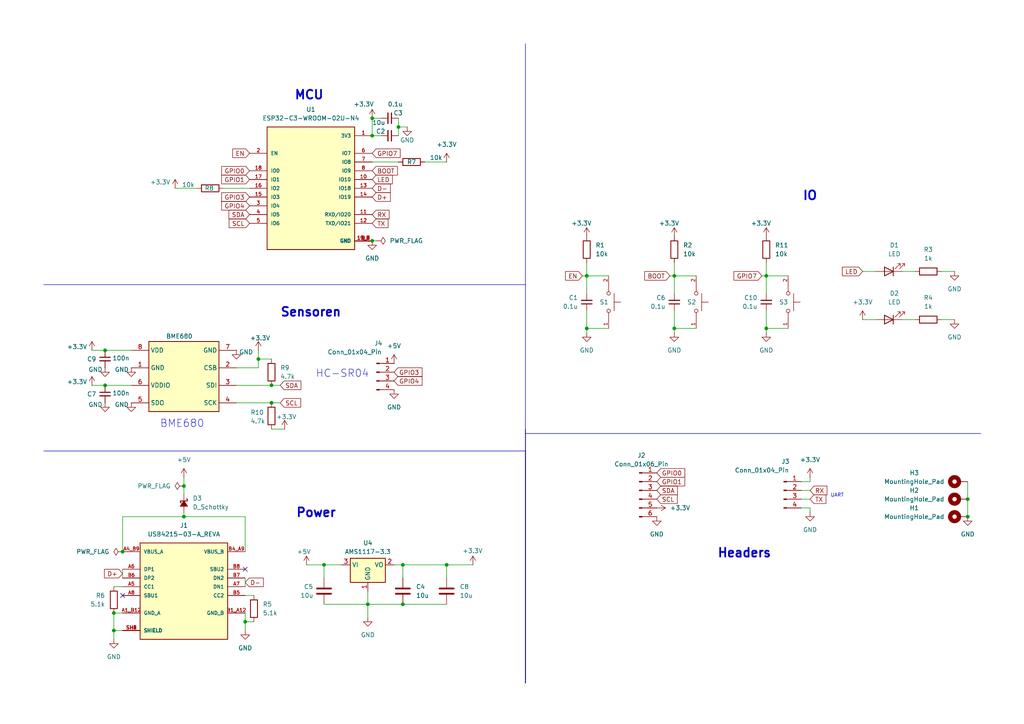
<source format=kicad_sch>
(kicad_sch (version 20250114) (generator "eeschema") (generator_version "9.0")
  (paper "A4")
  (lib_symbols
    (symbol "Connector:Conn_01x04_Pin" (pin_names (offset 1.016) (hide yes))
      (property "Reference" "J" (at 0 5.08 0))
      (property "Value" "Conn_01x04_Pin" (at 0 -7.62 0))
      (symbol "Conn_01x04_Pin_1_1"
        (rectangle (start 0.8636 2.667) (end 0 2.413) (stroke (width 0.1524)) (fill (type outline)))
        (rectangle (start 0.8636 0.127) (end 0 -0.127) (stroke (width 0.1524)) (fill (type outline)))
        (rectangle (start 0.8636 -2.413) (end 0 -2.667) (stroke (width 0.1524)) (fill (type outline)))
        (rectangle (start 0.8636 -4.953) (end 0 -5.207) (stroke (width 0.1524)) (fill (type outline)))
        (polyline (pts (xy 1.27 2.54) (xy 0.8636 2.54)) (stroke (width 0.1524)))
        (polyline (pts (xy 1.27 0) (xy 0.8636 0)) (stroke (width 0.1524)))
        (polyline (pts (xy 1.27 -2.54) (xy 0.8636 -2.54)) (stroke (width 0.1524)))
        (polyline (pts (xy 1.27 -5.08) (xy 0.8636 -5.08)) (stroke (width 0.1524)))
        (pin passive line (at 5.08 2.54 180) (length 3.81) (name "Pin_1") (number "1"))
        (pin passive line (at 5.08 0 180) (length 3.81) (name "Pin_2") (number "2"))
        (pin passive line (at 5.08 -2.54 180) (length 3.81) (name "Pin_3") (number "3"))
        (pin passive line (at 5.08 -5.08 180) (length 3.81) (name "Pin_4") (number "4"))
      )
    )
    (symbol "Connector:Conn_01x06_Pin" (pin_names (offset 1.016) (hide yes))
      (property "Reference" "J" (at 0 7.62 0))
      (property "Value" "Conn_01x06_Pin" (at 0 -10.16 0))
      (symbol "Conn_01x06_Pin_1_1"
        (rectangle (start 0.8636 5.207) (end 0 4.953) (stroke (width 0.1524)) (fill (type outline)))
        (rectangle (start 0.8636 2.667) (end 0 2.413) (stroke (width 0.1524)) (fill (type outline)))
        (rectangle (start 0.8636 0.127) (end 0 -0.127) (stroke (width 0.1524)) (fill (type outline)))
        (rectangle (start 0.8636 -2.413) (end 0 -2.667) (stroke (width 0.1524)) (fill (type outline)))
        (rectangle (start 0.8636 -4.953) (end 0 -5.207) (stroke (width 0.1524)) (fill (type outline)))
        (rectangle (start 0.8636 -7.493) (end 0 -7.747) (stroke (width 0.1524)) (fill (type outline)))
        (polyline (pts (xy 1.27 5.08) (xy 0.8636 5.08)) (stroke (width 0.1524)))
        (polyline (pts (xy 1.27 2.54) (xy 0.8636 2.54)) (stroke (width 0.1524)))
        (polyline (pts (xy 1.27 0) (xy 0.8636 0)) (stroke (width 0.1524)))
        (polyline (pts (xy 1.27 -2.54) (xy 0.8636 -2.54)) (stroke (width 0.1524)))
        (polyline (pts (xy 1.27 -5.08) (xy 0.8636 -5.08)) (stroke (width 0.1524)))
        (polyline (pts (xy 1.27 -7.62) (xy 0.8636 -7.62)) (stroke (width 0.1524)))
        (pin passive line (at 5.08 5.08 180) (length 3.81) (name "Pin_1") (number "1"))
        (pin passive line (at 5.08 2.54 180) (length 3.81) (name "Pin_2") (number "2"))
        (pin passive line (at 5.08 0 180) (length 3.81) (name "Pin_3") (number "3"))
        (pin passive line (at 5.08 -2.54 180) (length 3.81) (name "Pin_4") (number "4"))
        (pin passive line (at 5.08 -5.08 180) (length 3.81) (name "Pin_5") (number "5"))
        (pin passive line (at 5.08 -7.62 180) (length 3.81) (name "Pin_6") (number "6"))
      )
    )
    (symbol "Device:C" (pin_numbers (hide yes)) (pin_names (offset 0.254))
      (property "Reference" "C" (at 0.635 2.54 0))
      (property "Value" "C" (at 0.635 -2.54 0))
      (symbol "C_0_1"
        (polyline (pts (xy -2.032 0.762) (xy 2.032 0.762)) (stroke (width 0.508)))
        (polyline (pts (xy -2.032 -0.762) (xy 2.032 -0.762)) (stroke (width 0.508)))
      )
      (symbol "C_1_1"
        (pin passive line (at 0 3.81 270) (length 2.794) (name "~") (number "1"))
        (pin passive line (at 0 -3.81 90) (length 2.794) (name "~") (number "2"))
      )
    )
    (symbol "Device:C_Small" (pin_numbers (hide yes)) (pin_names (offset 0.254) (hide yes))
      (property "Reference" "C" (at 0.254 1.778 0))
      (property "Value" "C_Small" (at 0.254 -2.032 0))
      (symbol "C_Small_0_1"
        (polyline (pts (xy -1.524 0.508) (xy 1.524 0.508)) (stroke (width 0.3048)))
        (polyline (pts (xy -1.524 -0.508) (xy 1.524 -0.508)) (stroke (width 0.3302)))
      )
      (symbol "C_Small_1_1"
        (pin passive line (at 0 2.54 270) (length 2.032) (name "~") (number "1"))
        (pin passive line (at 0 -2.54 90) (length 2.032) (name "~") (number "2"))
      )
    )
    (symbol "Device:D_Schottky_Small_Filled" (pin_numbers (hide yes)) (pin_names (offset 0.254) (hide yes))
      (property "Reference" "D" (at -1.27 2.032 0))
      (property "Value" "D_Schottky_Small_Filled" (at -7.112 -2.032 0))
      (symbol "D_Schottky_Small_Filled_0_1"
        (polyline (pts (xy -1.27 0.762) (xy -1.27 1.016) (xy -0.762 1.016) (xy -0.762 -1.016) (xy -0.254 -1.016) (xy -0.254 -0.762)) (stroke (width 0.254)))
        (polyline (pts (xy -0.762 0) (xy 0.762 0)))
        (polyline (pts (xy 0.762 -1.016) (xy -0.762 0) (xy 0.762 1.016) (xy 0.762 -1.016)) (stroke (width 0.254)) (fill (type outline)))
      )
      (symbol "D_Schottky_Small_Filled_1_1"
        (pin passive line (at -2.54 0 0) (length 1.778) (name "K") (number "1"))
        (pin passive line (at 2.54 0 180) (length 1.778) (name "A") (number "2"))
      )
    )
    (symbol "Device:LED" (pin_numbers (hide yes)) (pin_names (offset 1.016) (hide yes))
      (property "Reference" "D" (at 0 2.54 0))
      (property "Value" "LED" (at 0 -2.54 0))
      (symbol "LED_0_1"
        (polyline (pts (xy -3.048 -0.762) (xy -4.572 -2.286) (xy -3.81 -2.286) (xy -4.572 -2.286) (xy -4.572 -1.524)))
        (polyline (pts (xy -1.778 -0.762) (xy -3.302 -2.286) (xy -2.54 -2.286) (xy -3.302 -2.286) (xy -3.302 -1.524)))
        (polyline (pts (xy -1.27 0) (xy 1.27 0)))
        (polyline (pts (xy -1.27 -1.27) (xy -1.27 1.27)) (stroke (width 0.254)))
        (polyline (pts (xy 1.27 -1.27) (xy 1.27 1.27) (xy -1.27 0) (xy 1.27 -1.27)) (stroke (width 0.254)))
      )
      (symbol "LED_1_1"
        (pin passive line (at -3.81 0 0) (length 2.54) (name "K") (number "1"))
        (pin passive line (at 3.81 0 180) (length 2.54) (name "A") (number "2"))
      )
    )
    (symbol "Device:R" (pin_numbers (hide yes)) (pin_names (offset 0))
      (property "Reference" "R" (at 2.032 0 90))
      (property "Value" "R" (at 0 0 90))
      (symbol "R_0_1"
        (rectangle (start -1.016 -2.54) (end 1.016 2.54) (stroke (width 0.254)))
      )
      (symbol "R_1_1"
        (pin passive line (at 0 3.81 270) (length 1.27) (name "~") (number "1"))
        (pin passive line (at 0 -3.81 90) (length 1.27) (name "~") (number "2"))
      )
    )
    (symbol "ESP32-C3-WROOM-02U-N4:ESP32-C3-WROOM-02U-N4" (pin_names (offset 1.016))
      (property "Reference" "U" (at -12.7 18.542 0))
      (property "Value" "ESP32-C3-WROOM-02U-N4" (at -12.7 -20.32 0))
      (symbol "ESP32-C3-WROOM-02U-N4_0_0"
        (rectangle (start -12.7 -17.78) (end 12.7 17.78) (stroke (width 0.254)) (fill (type background)))
        (pin input line (at -17.78 10.16 0) (length 5.08) (name "EN") (number "2"))
        (pin bidirectional line (at -17.78 5.08 0) (length 5.08) (name "IO0") (number "18"))
        (pin bidirectional line (at -17.78 2.54 0) (length 5.08) (name "IO1") (number "17"))
        (pin bidirectional line (at -17.78 0 0) (length 5.08) (name "IO2") (number "16"))
        (pin bidirectional line (at -17.78 -2.54 0) (length 5.08) (name "IO3") (number "15"))
        (pin bidirectional line (at -17.78 -5.08 0) (length 5.08) (name "IO4") (number "3"))
        (pin bidirectional line (at -17.78 -7.62 0) (length 5.08) (name "IO5") (number "4"))
        (pin bidirectional line (at -17.78 -10.16 0) (length 5.08) (name "IO6") (number "5"))
        (pin power_in line (at 17.78 15.24 180) (length 5.08) (name "3V3") (number "1"))
        (pin bidirectional line (at 17.78 10.16 180) (length 5.08) (name "IO7") (number "6"))
        (pin bidirectional line (at 17.78 7.62 180) (length 5.08) (name "IO8") (number "7"))
        (pin bidirectional line (at 17.78 5.08 180) (length 5.08) (name "IO9") (number "8"))
        (pin bidirectional line (at 17.78 2.54 180) (length 5.08) (name "IO10") (number "10"))
        (pin bidirectional line (at 17.78 0 180) (length 5.08) (name "IO18") (number "13"))
        (pin bidirectional line (at 17.78 -2.54 180) (length 5.08) (name "IO19") (number "14"))
        (pin bidirectional line (at 17.78 -7.62 180) (length 5.08) (name "RXD/IO20") (number "11"))
        (pin bidirectional line (at 17.78 -10.16 180) (length 5.08) (name "TXD/IO21") (number "12"))
        (pin power_in line (at 17.78 -15.24 180) (length 5.08) (name "GND") (number "19_1"))
        (pin power_in line (at 17.78 -15.24 180) (length 5.08) (name "GND") (number "19_2"))
        (pin power_in line (at 17.78 -15.24 180) (length 5.08) (name "GND") (number "19_3"))
        (pin power_in line (at 17.78 -15.24 180) (length 5.08) (name "GND") (number "19_4"))
        (pin power_in line (at 17.78 -15.24 180) (length 5.08) (name "GND") (number "19_5"))
        (pin power_in line (at 17.78 -15.24 180) (length 5.08) (name "GND") (number "19_6"))
        (pin power_in line (at 17.78 -15.24 180) (length 5.08) (name "GND") (number "19_7"))
        (pin power_in line (at 17.78 -15.24 180) (length 5.08) (name "GND") (number "19_8"))
        (pin power_in line (at 17.78 -15.24 180) (length 5.08) (name "GND") (number "19_9"))
        (pin power_in line (at 17.78 -15.24 180) (length 5.08) (name "GND") (number "9"))
      )
    )
    (symbol "Mechanical:MountingHole_Pad" (pin_numbers (hide yes)) (pin_names (offset 1.016) (hide yes)) (in_bom no)
      (property "Reference" "H" (at 0 6.35 0))
      (property "Value" "MountingHole_Pad" (at 0 4.445 0))
      (symbol "MountingHole_Pad_0_1"
        (circle (center 0 1.27) (radius 1.27) (stroke (width 1.27)))
      )
      (symbol "MountingHole_Pad_1_1"
        (pin input line (at 0 -2.54 90) (length 2.54) (name "1") (number "1"))
      )
    )
    (symbol "Regulator_Linear:AMS1117-3.3"
      (property "Reference" "U" (at -3.81 3.175 0))
      (property "Value" "AMS1117-3.3" (at 0 3.175 0))
      (symbol "AMS1117-3.3_0_1"
        (rectangle (start -5.08 -5.08) (end 5.08 1.905) (stroke (width 0.254)) (fill (type background)))
      )
      (symbol "AMS1117-3.3_1_1"
        (pin power_in line (at -7.62 0 0) (length 2.54) (name "VI") (number "3"))
        (pin power_in line (at 0 -7.62 90) (length 2.54) (name "GND") (number "1"))
        (pin power_out line (at 7.62 0 180) (length 2.54) (name "VO") (number "2"))
      )
    )
    (symbol "SWT0010-015016SSA_REVA:SWT0010-015016SSA_REVA" (pin_names (offset 1.016))
      (property "Reference" "S" (at -7.62 5.08 0))
      (property "Value" "SWT0010-015016SSA_REVA" (at -7.62 -5.08 0))
      (symbol "SWT0010-015016SSA_REVA_0_0"
        (polyline (pts (xy -5.08 0) (xy -3.048 0)) (stroke (width 0.1524)))
        (polyline (pts (xy -2.54 1.5875) (xy 0 1.5875)) (stroke (width 0.1524)))
        (circle (center -2.54 0) (radius 0.508) (stroke (width 0.1524)))
        (polyline (pts (xy 0 1.5875) (xy 0 3.4925)) (stroke (width 0.1524)))
        (polyline (pts (xy 0 1.5875) (xy 2.54 1.5875)) (stroke (width 0.1524)))
        (circle (center 2.54 0) (radius 0.508) (stroke (width 0.1524)))
        (polyline (pts (xy 5.08 0) (xy 3.048 0)) (stroke (width 0.1524)))
        (pin passive line (at -7.62 0 0) (length 2.54) (name "~") (number "1"))
        (pin passive line (at 7.62 0 180) (length 2.54) (name "~") (number "2"))
      )
    )
    (symbol "Sensor:BME680"
      (property "Reference" "U2" (at 2.54 14.224 0))
      (property "Value" "BME680" (at 2.54 11.684 0))
      (symbol "BME680_0_1"
        (rectangle (start -10.16 10.16) (end 10.16 -10.16) (stroke (width 0.254)) (fill (type background)))
      )
      (symbol "BME680_1_1"
        (pin power_in line (at -15.24 7.62 0) (length 5.08) (name "VDD") (number "8"))
        (pin power_in line (at -15.24 2.54 0) (length 5.08) (name "GND") (number "1"))
        (pin power_in line (at -15.24 -2.54 0) (length 5.08) (name "VDDIO") (number "6"))
        (pin bidirectional line (at -15.24 -7.62 0) (length 5.08) (name "SDO") (number "5"))
        (pin power_in line (at 15.24 7.62 180) (length 5.08) (name "GND") (number "7"))
        (pin input line (at 15.24 2.54 180) (length 5.08) (name "CSB") (number "2"))
        (pin bidirectional line (at 15.24 -2.54 180) (length 5.08) (name "SDI") (number "3"))
        (pin input line (at 15.24 -7.62 180) (length 5.08) (name "SCK") (number "4"))
      )
    )
    (symbol "USB4215-03-A_REVA:USB4215-03-A_REVA" (pin_names (offset 1.016))
      (property "Reference" "J1" (at 0 17.78 0))
      (property "Value" "USB4215-03-A_REVA" (at 0 15.24 0))
      (symbol "USB4215-03-A_REVA_0_0"
        (rectangle (start -12.7 -15.24) (end 12.7 12.7) (stroke (width 0.254)) (fill (type background)))
        (pin power_in line (at -17.78 10.16 0) (length 5.08) (name "VBUS_A") (number "A4_B9"))
        (pin bidirectional line (at -17.78 5.08 0) (length 5.08) (name "DP1") (number "A6"))
        (pin bidirectional line (at -17.78 2.54 0) (length 5.08) (name "DP2") (number "B6"))
        (pin bidirectional line (at -17.78 0 0) (length 5.08) (name "CC1") (number "A5"))
        (pin bidirectional line (at -17.78 -2.54 0) (length 5.08) (name "SBU1") (number "A8"))
        (pin power_in line (at -17.78 -7.62 0) (length 5.08) (name "GND_A") (number "A1_B12"))
        (pin passive line (at -17.78 -12.7 0) (length 5.08) (name "SHIELD") (number "SH1"))
        (pin passive line (at -17.78 -12.7 0) (length 5.08) (name "SHIELD") (number "SH2"))
        (pin passive line (at -17.78 -12.7 0) (length 5.08) (name "SHIELD") (number "SH3"))
        (pin passive line (at -17.78 -12.7 0) (length 5.08) (name "SHIELD") (number "SH4"))
        (pin power_in line (at 17.78 10.16 180) (length 5.08) (name "VBUS_B") (number "B4_A9"))
        (pin bidirectional line (at 17.78 5.08 180) (length 5.08) (name "SBU2") (number "B8"))
        (pin bidirectional line (at 17.78 2.54 180) (length 5.08) (name "DN2") (number "B7"))
        (pin bidirectional line (at 17.78 0 180) (length 5.08) (name "DN1") (number "A7"))
        (pin bidirectional line (at 17.78 -2.54 180) (length 5.08) (name "CC2") (number "B5"))
        (pin power_in line (at 17.78 -7.62 180) (length 5.08) (name "GND_B") (number "B1_A12"))
      )
    )
    (symbol "power:+3.3V" (power) (pin_numbers (hide yes)) (pin_names (offset 0) (hide yes))
      (property "Value" "+3.3V" (at 0 3.556 0))
      (symbol "+3.3V_0_1"
        (polyline (pts (xy -0.762 1.27) (xy 0 2.54)))
        (polyline (pts (xy 0 2.54) (xy 0.762 1.27)))
        (polyline (pts (xy 0 0) (xy 0 2.54)))
      )
      (symbol "+3.3V_1_1"
        (pin power_in line (at 0 0 90) (length 0) (name "~") (number "1"))
      )
    )
    (symbol "power:+5V" (power) (pin_numbers (hide yes)) (pin_names (offset 0) (hide yes))
      (property "Value" "+5V" (at 0 3.556 0))
      (symbol "+5V_0_1"
        (polyline (pts (xy -0.762 1.27) (xy 0 2.54)))
        (polyline (pts (xy 0 2.54) (xy 0.762 1.27)))
        (polyline (pts (xy 0 0) (xy 0 2.54)))
      )
      (symbol "+5V_1_1"
        (pin power_in line (at 0 0 90) (length 0) (name "~") (number "1"))
      )
    )
    (symbol "power:GND" (power) (pin_numbers (hide yes)) (pin_names (offset 0) (hide yes))
      (property "Value" "GND" (at 0 -3.81 0))
      (symbol "GND_0_1"
        (polyline (pts (xy 0 0) (xy 0 -1.27) (xy 1.27 -1.27) (xy 0 -2.54) (xy -1.27 -1.27) (xy 0 -1.27)))
      )
      (symbol "GND_1_1"
        (pin power_in line (at 0 0 270) (length 0) (name "~") (number "1"))
      )
    )
    (symbol "power:PWR_FLAG" (power) (pin_numbers (hide yes)) (pin_names (offset 0) (hide yes))
      (property "Value" "PWR_FLAG" (at 0 3.81 0))
      (symbol "PWR_FLAG_0_0"
        (pin power_out line (at 0 0 90) (length 0) (name "~") (number "1"))
      )
      (symbol "PWR_FLAG_0_1"
        (polyline (pts (xy 0 0) (xy 0 1.27) (xy -1.016 1.905) (xy 0 2.54) (xy 1.016 1.905) (xy 0 1.27)))
      )
    )
  )
  (text "MCU\n" (at 89.662 27.686 0) (effects (font (size 2.54 2.54) (thickness 0.508) (bold yes))))
  (text "UART\n" (at 242.824 143.764 0) (effects (font (size 1.016 1.016) (thickness 0.127))))
  (text "Headers\n" (at 215.9 160.528 0) (effects (font (size 2.54 2.54) (thickness 0.508) (bold yes))))
  (text "HC-SR04\n" (at 99.314 108.458 0) (effects (font (size 2.159 2.159) (thickness 0.127))))
  (text "BME680\n\n" (at 52.832 124.714 0) (effects (font (size 2.159 2.159) (thickness 0.127))))
  (text "Sensoren\n" (at 90.17 90.678 0) (effects (font (size 2.54 2.54) (thickness 0.508) (bold yes))))
  (text "Power\n" (at 91.694 148.844 0) (effects (font (size 2.54 2.54) (thickness 0.508) (bold yes))))
  (text "IO\n" (at 234.95 56.896 0) (effects (font (size 2.54 2.54) (thickness 0.508) (bold yes))))
  (junction (at 107.95 69.85))
  (junction (at 116.84 163.83))
  (junction (at 107.95 39.37))
  (junction (at 170.18 80.01))
  (junction (at 33.02 182.88))
  (junction (at 53.34 149.86))
  (junction (at 53.34 140.97))
  (junction (at 280.67 144.78))
  (junction (at 33.02 177.8))
  (junction (at 74.93 104.14))
  (junction (at 129.54 163.83))
  (junction (at 93.98 163.83))
  (junction (at 71.12 180.34))
  (junction (at 222.25 95.25))
  (junction (at 170.18 95.25))
  (junction (at 30.48 101.6))
  (junction (at 78.74 116.84))
  (junction (at 115.57 36.83))
  (junction (at 116.84 175.26))
  (junction (at 35.56 160.02))
  (junction (at 30.48 111.76))
  (junction (at 106.68 175.26))
  (junction (at 195.58 95.25))
  (junction (at 107.95 34.29))
  (junction (at 78.74 111.76))
  (junction (at 195.58 80.01))
  (junction (at 222.25 80.01))
  (junction (at 280.67 149.86))
  (no_connect (at 35.56 172.72))
  (no_connect (at 71.12 165.1))
  (wire (pts (xy 71.12 167.64) (xy 71.12 170.18)))
  (wire (pts (xy 250.19 92.71) (xy 254 92.71)))
  (wire (pts (xy 114.3 163.83) (xy 116.84 163.83)))
  (wire (pts (xy 115.57 39.37) (xy 115.57 36.83)))
  (wire (pts (xy 93.98 163.83) (xy 99.06 163.83)))
  (wire (pts (xy 129.54 163.83) (xy 129.54 167.64)))
  (wire (pts (xy 109.22 69.85) (xy 107.95 69.85)))
  (wire (pts (xy 115.57 46.99) (xy 107.95 46.99)))
  (wire (pts (xy 170.18 76.2) (xy 170.18 80.01)))
  (wire (pts (xy 273.05 78.74) (xy 276.86 78.74)))
  (wire (pts (xy 195.58 80.01) (xy 195.58 85.09)))
  (wire (pts (xy 170.18 80.01) (xy 176.53 80.01)))
  (wire (pts (xy 74.93 104.14) (xy 78.74 104.14)))
  (wire (pts (xy 35.56 149.86) (xy 35.56 160.02)))
  (polyline (pts (xy 152.4 12.7) (xy 152.4 198.12)))
  (wire (pts (xy 106.68 175.26) (xy 106.68 179.07)))
  (wire (pts (xy 168.91 80.01) (xy 170.18 80.01)))
  (wire (pts (xy 78.74 111.76) (xy 68.58 111.76)))
  (wire (pts (xy 195.58 95.25) (xy 195.58 90.17)))
  (wire (pts (xy 35.56 149.86) (xy 53.34 149.86)))
  (wire (pts (xy 170.18 95.25) (xy 170.18 90.17)))
  (wire (pts (xy 106.68 175.26) (xy 106.68 171.45)))
  (wire (pts (xy 116.84 163.83) (xy 129.54 163.83)))
  (wire (pts (xy 110.49 39.37) (xy 107.95 39.37)))
  (wire (pts (xy 280.67 139.7) (xy 280.67 144.78)))
  (polyline (pts (xy 152.4 124.46) (xy 152.4 198.12)))
  (wire (pts (xy 71.12 160.02) (xy 71.12 149.86)))
  (wire (pts (xy 93.98 175.26) (xy 106.68 175.26)))
  (wire (pts (xy 81.28 111.76) (xy 78.74 111.76)))
  (wire (pts (xy 68.58 116.84) (xy 78.74 116.84)))
  (wire (pts (xy 74.93 106.68) (xy 68.58 106.68)))
  (wire (pts (xy 78.74 124.46) (xy 82.55 124.46)))
  (wire (pts (xy 273.05 92.71) (xy 276.86 92.71)))
  (wire (pts (xy 232.41 139.7) (xy 234.95 139.7)))
  (wire (pts (xy 74.93 104.14) (xy 74.93 106.68)))
  (polyline (pts (xy 12.7 82.55) (xy 152.4 82.55)))
  (wire (pts (xy 107.95 34.29) (xy 107.95 39.37)))
  (wire (pts (xy 222.25 80.01) (xy 228.6 80.01)))
  (wire (pts (xy 228.6 95.25) (xy 222.25 95.25)))
  (wire (pts (xy 222.25 95.25) (xy 222.25 96.52)))
  (wire (pts (xy 26.67 101.6) (xy 30.48 101.6)))
  (wire (pts (xy 33.02 185.42) (xy 33.02 182.88)))
  (wire (pts (xy 222.25 80.01) (xy 222.25 85.09)))
  (wire (pts (xy 116.84 175.26) (xy 129.54 175.26)))
  (wire (pts (xy 64.77 54.61) (xy 72.39 54.61)))
  (wire (pts (xy 26.67 111.76) (xy 30.48 111.76)))
  (wire (pts (xy 106.68 175.26) (xy 116.84 175.26)))
  (wire (pts (xy 194.31 80.01) (xy 195.58 80.01)))
  (wire (pts (xy 74.93 101.6) (xy 74.93 104.14)))
  (polyline (pts (xy 152.4 125.73) (xy 284.48 125.73)))
  (wire (pts (xy 129.54 46.99) (xy 123.19 46.99)))
  (wire (pts (xy 222.25 95.25) (xy 222.25 90.17)))
  (wire (pts (xy 50.8 54.61) (xy 57.15 54.61)))
  (wire (pts (xy 35.56 165.1) (xy 35.56 167.64)))
  (wire (pts (xy 220.98 80.01) (xy 222.25 80.01)))
  (wire (pts (xy 232.41 142.24) (xy 234.95 142.24)))
  (wire (pts (xy 53.34 140.97) (xy 53.34 143.51)))
  (wire (pts (xy 33.02 170.18) (xy 35.56 170.18)))
  (wire (pts (xy 170.18 80.01) (xy 170.18 85.09)))
  (wire (pts (xy 234.95 139.7) (xy 234.95 138.43)))
  (wire (pts (xy 129.54 163.83) (xy 137.16 163.83)))
  (wire (pts (xy 33.02 182.88) (xy 35.56 182.88)))
  (wire (pts (xy 71.12 180.34) (xy 71.12 177.8)))
  (wire (pts (xy 71.12 180.34) (xy 73.66 180.34)))
  (wire (pts (xy 71.12 172.72) (xy 73.66 172.72)))
  (wire (pts (xy 232.41 144.78) (xy 234.95 144.78)))
  (wire (pts (xy 53.34 138.43) (xy 53.34 140.97)))
  (wire (pts (xy 280.67 144.78) (xy 280.67 149.86)))
  (wire (pts (xy 176.53 95.25) (xy 170.18 95.25)))
  (wire (pts (xy 261.62 78.74) (xy 265.43 78.74)))
  (wire (pts (xy 116.84 163.83) (xy 116.84 167.64)))
  (polyline (pts (xy 152.4 130.81) (xy 152.4 198.12)))
  (wire (pts (xy 33.02 182.88) (xy 33.02 177.8)))
  (wire (pts (xy 93.98 163.83) (xy 93.98 167.64)))
  (wire (pts (xy 71.12 182.88) (xy 71.12 180.34)))
  (wire (pts (xy 115.57 36.83) (xy 115.57 34.29)))
  (wire (pts (xy 195.58 76.2) (xy 195.58 80.01)))
  (wire (pts (xy 81.28 116.84) (xy 78.74 116.84)))
  (wire (pts (xy 250.19 78.74) (xy 254 78.74)))
  (wire (pts (xy 261.62 92.71) (xy 265.43 92.71)))
  (polyline (pts (xy 12.7 130.81) (xy 152.4 130.81)))
  (wire (pts (xy 53.34 148.59) (xy 53.34 149.86)))
  (wire (pts (xy 234.95 147.32) (xy 234.95 148.59)))
  (wire (pts (xy 30.48 101.6) (xy 38.1 101.6)))
  (wire (pts (xy 118.11 36.83) (xy 115.57 36.83)))
  (wire (pts (xy 170.18 95.25) (xy 170.18 96.52)))
  (wire (pts (xy 232.41 147.32) (xy 234.95 147.32)))
  (wire (pts (xy 195.58 80.01) (xy 201.93 80.01)))
  (wire (pts (xy 33.02 177.8) (xy 35.56 177.8)))
  (wire (pts (xy 201.93 95.25) (xy 195.58 95.25)))
  (wire (pts (xy 107.95 34.29) (xy 110.49 34.29)))
  (wire (pts (xy 222.25 76.2) (xy 222.25 80.01)))
  (wire (pts (xy 30.48 111.76) (xy 38.1 111.76)))
  (wire (pts (xy 88.9 163.83) (xy 93.98 163.83)))
  (wire (pts (xy 53.34 149.86) (xy 71.12 149.86)))
  (wire (pts (xy 195.58 95.25) (xy 195.58 96.52)))
  (global_label "D+" (shape input) (at 35.56 166.37 180) (property "Intersheetrefs" "${INTERSHEET_REFS}" (effects (hide yes))))
  (global_label "SDA" (shape input) (at 72.39 62.23 180) (property "Intersheetrefs" "${INTERSHEET_REFS}" (effects (hide yes))))
  (global_label "BOOT" (shape input) (at 194.31 80.01 180) (property "Intersheetrefs" "${INTERSHEET_REFS}" (effects (hide yes))))
  (global_label "SCL" (shape input) (at 72.39 64.77 180) (property "Intersheetrefs" "${INTERSHEET_REFS}" (effects (hide yes))))
  (global_label "GPIO3" (shape input) (at 114.3 107.95 0) (property "Intersheetrefs" "${INTERSHEET_REFS}" (effects (hide yes))))
  (global_label "SDA" (shape input) (at 81.28 111.76 0) (property "Intersheetrefs" "${INTERSHEET_REFS}" (effects (hide yes))))
  (global_label "GPIO4" (shape input) (at 72.39 59.69 180) (property "Intersheetrefs" "${INTERSHEET_REFS}" (effects (hide yes))))
  (global_label "TX" (shape input) (at 234.95 144.78 0) (property "Intersheetrefs" "${INTERSHEET_REFS}" (effects (hide yes))))
  (global_label "SCL" (shape input) (at 190.5 144.78 0) (property "Intersheetrefs" "${INTERSHEET_REFS}" (effects (hide yes))))
  (global_label "BOOT" (shape input) (at 107.95 49.53 0) (property "Intersheetrefs" "${INTERSHEET_REFS}" (effects (hide yes))))
  (global_label "TX" (shape input) (at 107.95 64.77 0) (property "Intersheetrefs" "${INTERSHEET_REFS}" (effects (hide yes))))
  (global_label "SCL" (shape input) (at 81.28 116.84 0) (property "Intersheetrefs" "${INTERSHEET_REFS}" (effects (hide yes))))
  (global_label "LED" (shape input) (at 250.19 78.74 180) (property "Intersheetrefs" "${INTERSHEET_REFS}" (effects (hide yes))))
  (global_label "GPIO1" (shape input) (at 72.39 52.07 180) (property "Intersheetrefs" "${INTERSHEET_REFS}" (effects (hide yes))))
  (global_label "EN" (shape input) (at 168.91 80.01 180) (property "Intersheetrefs" "${INTERSHEET_REFS}" (effects (hide yes))))
  (global_label "LED" (shape input) (at 107.95 52.07 0) (property "Intersheetrefs" "${INTERSHEET_REFS}" (effects (hide yes))))
  (global_label "GPIO7" (shape input) (at 107.95 44.45 0) (property "Intersheetrefs" "${INTERSHEET_REFS}" (effects (hide yes))))
  (global_label "SDA" (shape input) (at 190.5 142.24 0) (property "Intersheetrefs" "${INTERSHEET_REFS}" (effects (hide yes))))
  (global_label "RX" (shape input) (at 107.95 62.23 0) (property "Intersheetrefs" "${INTERSHEET_REFS}" (effects (hide yes))))
  (global_label "GPIO1" (shape input) (at 190.5 139.7 0) (property "Intersheetrefs" "${INTERSHEET_REFS}" (effects (hide yes))))
  (global_label "GPIO4" (shape input) (at 114.3 110.49 0) (property "Intersheetrefs" "${INTERSHEET_REFS}" (effects (hide yes))))
  (global_label "D-" (shape input) (at 107.95 54.61 0) (property "Intersheetrefs" "${INTERSHEET_REFS}" (effects (hide yes))))
  (global_label "GPIO7" (shape input) (at 220.98 80.01 180) (property "Intersheetrefs" "${INTERSHEET_REFS}" (effects (hide yes))))
  (global_label "GPIO0" (shape input) (at 190.5 137.16 0) (property "Intersheetrefs" "${INTERSHEET_REFS}" (effects (hide yes))))
  (global_label "EN" (shape input) (at 72.39 44.45 180) (property "Intersheetrefs" "${INTERSHEET_REFS}" (effects (hide yes))))
  (global_label "D-" (shape input) (at 71.12 168.91 0) (property "Intersheetrefs" "${INTERSHEET_REFS}" (effects (hide yes))))
  (global_label "GPIO3" (shape input) (at 72.39 57.15 180) (property "Intersheetrefs" "${INTERSHEET_REFS}" (effects (hide yes))))
  (global_label "RX" (shape input) (at 234.95 142.24 0) (property "Intersheetrefs" "${INTERSHEET_REFS}" (effects (hide yes))))
  (global_label "D+" (shape input) (at 107.95 57.15 0) (property "Intersheetrefs" "${INTERSHEET_REFS}" (effects (hide yes))))
  (global_label "GPIO0" (shape input) (at 72.39 49.53 180) (property "Intersheetrefs" "${INTERSHEET_REFS}" (effects (hide yes))))
  (symbol (lib_id "power:GND") (at 118.11 36.83 0) (unit 1)
    (property "Reference" "#PWR05" (effects (hide yes)))
    (property "Value" "GND" (at 118.11 40.64 0))
    (property "Description" "Power symbol creates a global label with name \"GND\" , ground" (effects (hide yes)))
  )
  (symbol (lib_id "Connector:Conn_01x06_Pin") (at 185.42 142.24 0) (unit 1)
    (property "Reference" "J2" (at 186.055 132.08 0))
    (property "Value" "Conn_01x06_Pin" (at 186.055 134.62 0))
    (property "Footprint" "Connector_PinHeader_2.54mm:PinHeader_1x06_P2.54mm_Vertical" (effects (hide yes)))
    (property "Description" "Generic connector, single row, 01x06, script generated" (effects (hide yes)))
  )
  (symbol (lib_id "power:GND") (at 38.1 106.68 0) (mirror y) (unit 1)
    (property "Reference" "#PWR032" (effects (hide yes)))
    (property "Value" "GND" (at 35.306 107.188 0))
    (property "Description" "Power symbol creates a global label with name \"GND\" , ground" (effects (hide yes)))
  )
  (symbol (lib_id "power:GND") (at 107.95 69.85 0) (unit 1)
    (property "Reference" "#PWR01" (effects (hide yes)))
    (property "Value" "GND" (at 107.95 74.93 0))
    (property "Description" "Power symbol creates a global label with name \"GND\" , ground" (effects (hide yes)))
  )
  (symbol (lib_id "power:+5V") (at 53.34 138.43 0) (unit 1)
    (property "Reference" "#PWR014" (effects (hide yes)))
    (property "Value" "+5V" (at 53.34 133.35 0))
    (property "Description" "Power symbol creates a global label with name \"+5V\"" (effects (hide yes)))
  )
  (symbol (lib_id "power:+3.3V") (at 50.8 54.61 0) (mirror y) (unit 1)
    (property "Reference" "#PWR019" (effects (hide yes)))
    (property "Value" "+3.3V" (at 46.482 52.832 0))
    (property "Description" "Power symbol creates a global label with name \"+3.3V\"" (effects (hide yes)))
  )
  (symbol (lib_id "Device:C_Small") (at 30.48 114.3 0) (mirror y) (unit 1)
    (property "Reference" "C7" (at 27.94 114.3 0) (effects (justify left)))
    (property "Value" "100n" (at 37.592 114.046 0) (effects (justify left)))
    (property "Footprint" "Capacitor_SMD:C_0805_2012Metric_Pad1.18x1.45mm_HandSolder" (effects (hide yes)))
    (property "Description" "Unpolarized capacitor, small symbol" (effects (hide yes)))
  )
  (symbol (lib_id "Device:LED") (at 257.81 92.71 180) (unit 1)
    (property "Reference" "D2" (at 259.3975 85.09 0))
    (property "Value" "LED" (at 259.3975 87.63 0))
    (property "Footprint" "LED_SMD:LED_0805_2012Metric_Pad1.15x1.40mm_HandSolder" (effects (hide yes)))
    (property "Description" "Light emitting diode" (effects (hide yes)))
    (property "Sim.Pins" "1=K 2=A" (effects (hide yes)))
  )
  (symbol (lib_id "Device:R") (at 78.74 120.65 0) (unit 1)
    (property "Reference" "R10" (at 72.644 119.634 0) (effects (justify left)))
    (property "Value" "4.7k" (at 72.644 122.174 0) (effects (justify left)))
    (property "Footprint" "Resistor_SMD:R_0805_2012Metric_Pad1.20x1.40mm_HandSolder" (effects (hide yes)))
    (property "Description" "Resistor" (effects (hide yes)))
  )
  (symbol (lib_id "Device:R") (at 170.18 72.39 180) (unit 1)
    (property "Reference" "R1" (at 172.72 71.1199 0) (effects (justify right)))
    (property "Value" "10k" (at 172.72 73.6599 0) (effects (justify right)))
    (property "Footprint" "Resistor_SMD:R_0805_2012Metric_Pad1.20x1.40mm_HandSolder" (effects (hide yes)))
    (property "Description" "Resistor" (effects (hide yes)))
  )
  (symbol (lib_id "USB4215-03-A_REVA:USB4215-03-A_REVA") (at 53.34 170.18 0) (unit 1)
    (property "Reference" "J1" (at 53.34 152.4 0))
    (property "Value" "USB4215-03-A_REVA" (at 53.34 154.94 0))
    (property "Footprint" "footprints_iot:GCT_USB4215-03-A_REVA" (effects (hide yes)))
    (property "MF" "Global Connector Technology" (effects (hide yes)))
    (property "MAXIMUM_PACKAGE_HEIGHT" "3.16mm" (effects (hide yes)))
    (property "CREATOR" "Amina" (effects (hide yes)))
    (property "Price" "None" (effects (hide yes)))
    (property "Package" "None" (effects (hide yes)))
    (property "Check_prices" "https://www.snapeda.com/parts/USB4215-03-A/Global+Connector+Technology/view-part/?ref=eda" (effects (hide yes)))
    (property "STANDARD" "Manufacturer Recommendations" (effects (hide yes)))
    (property "PARTREV" "A" (effects (hide yes)))
    (property "VERIFIER" "Your name, use the same always" (effects (hide yes)))
    (property "SnapEDA_Link" "https://www.snapeda.com/parts/USB4215-03-A/Global+Connector+Technology/view-part/?ref=snap" (effects (hide yes)))
    (property "MP" "USB4215-03-A" (effects (hide yes)))
    (property "Description_1" "USB-C (USB TYPE-C) USB 2.0 Receptacle Connector 24 (16+8 Dummy) Position Surface Mount, Right Angle; Through Hole" (effects (hide yes)))
    (property "Availability" "In Stock" (effects (hide yes)))
    (property "MANUFACTURER" "Global Connector Technology" (effects (hide yes)))
  )
  (symbol (lib_id "power:GND") (at 276.86 92.71 0) (unit 1)
    (property "Reference" "#PWR09" (effects (hide yes)))
    (property "Value" "GND" (at 276.86 97.79 0))
    (property "Description" "Power symbol creates a global label with name \"GND\" , ground" (effects (hide yes)))
  )
  (symbol (lib_id "Device:R") (at 269.24 92.71 90) (unit 1)
    (property "Reference" "R4" (at 269.24 86.36 90))
    (property "Value" "1k" (at 269.24 88.9 90))
    (property "Footprint" "Resistor_SMD:R_0805_2012Metric_Pad1.20x1.40mm_HandSolder" (effects (hide yes)))
    (property "Description" "Resistor" (effects (hide yes)))
  )
  (symbol (lib_id "power:PWR_FLAG") (at 109.22 69.85 270) (unit 1)
    (property "Reference" "#FLG03" (effects (hide yes)))
    (property "Value" "PWR_FLAG" (at 113.03 69.8499 90) (effects (justify left)))
    (property "Description" "Special symbol for telling ERC where power comes from" (effects (hide yes)))
  )
  (symbol (lib_id "power:+3.3V") (at 170.18 68.58 0) (unit 1)
    (property "Reference" "#PWR03" (effects (hide yes)))
    (property "Value" "+3.3V" (at 168.656 64.77 0))
    (property "Description" "Power symbol creates a global label with name \"+3.3V\"" (effects (hide yes)))
  )
  (symbol (lib_id "Device:C_Small") (at 170.18 87.63 0) (mirror x) (unit 1)
    (property "Reference" "C1" (at 167.64 86.3535 0) (effects (justify right)))
    (property "Value" "0.1u" (at 167.64 88.8935 0) (effects (justify right)))
    (property "Footprint" "Capacitor_SMD:C_0805_2012Metric_Pad1.18x1.45mm_HandSolder" (effects (hide yes)))
    (property "Description" "Unpolarized capacitor, small symbol" (effects (hide yes)))
  )
  (symbol (lib_id "SWT0010-015016SSA_REVA:SWT0010-015016SSA_REVA") (at 228.6 87.63 270) (mirror x) (unit 1)
    (property "Reference" "S3" (at 228.6 87.63 90) (effects (justify right)))
    (property "Value" "SWT0010-015016SSA_REVA" (effects (hide yes)))
    (property "Footprint" "footprints_iot:SW_SWT0010-015016SSA_REVA" (effects (hide yes)))
    (property "MF" "Global Connector Technology" (effects (hide yes)))
    (property "MAXIMUM_PACKAGE_HEIGHT" "1.56mm" (effects (hide yes)))
    (property "CREATOR" "DIZAR" (effects (hide yes)))
    (property "Price" "None" (effects (hide yes)))
    (property "Package" "None" (effects (hide yes)))
    (property "Check_prices" "https://www.snapeda.com/parts/SWT0010-015016SSA/Global+Connector+Technology/view-part/?ref=eda" (effects (hide yes)))
    (property "STANDARD" "Manufacturer Recommendations" (effects (hide yes)))
    (property "PARTREV" "A" (effects (hide yes)))
    (property "SnapEDA_Link" "https://www.snapeda.com/parts/SWT0010-015016SSA/Global+Connector+Technology/view-part/?ref=snap" (effects (hide yes)))
    (property "MP" "SWT0010-015016SSA" (effects (hide yes)))
    (property "Description_1" "3.0 x 2.5mm Surface Mount Tactile Switch" (effects (hide yes)))
    (property "MANUFACTURER" "Global Connector Technology" (effects (hide yes)))
    (property "Availability" "In Stock" (effects (hide yes)))
    (property "SNAPEDA_PN" "SWT0010-015016SSA" (effects (hide yes)))
  )
  (symbol (lib_id "power:GND") (at 114.3 113.03 0) (unit 1)
    (property "Reference" "#PWR021" (effects (hide yes)))
    (property "Value" "GND" (at 114.3 118.11 0))
    (property "Description" "Power symbol creates a global label with name \"GND\" , ground" (effects (hide yes)))
  )
  (symbol (lib_id "Mechanical:MountingHole_Pad") (at 278.13 144.78 90) (unit 1) (in_bom no)
    (property "Reference" "H2" (at 265.176 142.24 90))
    (property "Value" "MountingHole_Pad" (at 265.176 144.78 90))
    (property "Footprint" "MountingHole:MountingHole_2.2mm_M2_Pad_TopBottom" (effects (hide yes)))
    (property "Description" "Mounting Hole with connection" (effects (hide yes)))
  )
  (symbol (lib_id "power:GND") (at 38.1 116.84 0) (mirror y) (unit 1)
    (property "Reference" "#PWR028" (effects (hide yes)))
    (property "Value" "GND" (at 35.306 117.348 0))
    (property "Description" "Power symbol creates a global label with name \"GND\" , ground" (effects (hide yes)))
  )
  (symbol (lib_id "Device:R") (at 222.25 72.39 180) (unit 1)
    (property "Reference" "R11" (at 224.79 71.1199 0) (effects (justify right)))
    (property "Value" "10k" (at 224.79 73.6599 0) (effects (justify right)))
    (property "Footprint" "Resistor_SMD:R_0805_2012Metric_Pad1.20x1.40mm_HandSolder" (effects (hide yes)))
    (property "Description" "Resistor" (effects (hide yes)))
  )
  (symbol (lib_id "Device:R") (at 73.66 176.53 0) (unit 1)
    (property "Reference" "R5" (at 76.2 175.2599 0) (effects (justify left)))
    (property "Value" "5.1k" (at 76.2 177.7999 0) (effects (justify left)))
    (property "Footprint" "Resistor_SMD:R_0805_2012Metric_Pad1.20x1.40mm_HandSolder" (effects (hide yes)))
    (property "Description" "Resistor" (effects (hide yes)))
  )
  (symbol (lib_id "Mechanical:MountingHole_Pad") (at 278.13 149.86 90) (unit 1) (in_bom no)
    (property "Reference" "H1" (at 265.176 147.32 90))
    (property "Value" "MountingHole_Pad" (at 265.176 149.86 90))
    (property "Footprint" "MountingHole:MountingHole_2.2mm_M2_Pad_TopBottom" (effects (hide yes)))
    (property "Description" "Mounting Hole with connection" (effects (hide yes)))
  )
  (symbol (lib_id "power:+3.3V") (at 250.19 92.71 0) (unit 1)
    (property "Reference" "#PWR010" (effects (hide yes)))
    (property "Value" "+3.3V" (at 250.19 87.63 0))
    (property "Description" "Power symbol creates a global label with name \"+3.3V\"" (effects (hide yes)))
  )
  (symbol (lib_id "Device:R") (at 78.74 107.95 0) (unit 1)
    (property "Reference" "R9" (at 81.28 106.6799 0) (effects (justify left)))
    (property "Value" "4.7k" (at 81.28 109.2199 0) (effects (justify left)))
    (property "Footprint" "Resistor_SMD:R_0805_2012Metric_Pad1.20x1.40mm_HandSolder" (effects (hide yes)))
    (property "Description" "Resistor" (effects (hide yes)))
  )
  (symbol (lib_id "power:GND") (at 106.68 179.07 0) (unit 1)
    (property "Reference" "#PWR017" (effects (hide yes)))
    (property "Value" "GND" (at 106.68 184.15 0))
    (property "Description" "Power symbol creates a global label with name \"GND\" , ground" (effects (hide yes)))
  )
  (symbol (lib_id "power:+3.3V") (at 234.95 138.43 0) (unit 1)
    (property "Reference" "#PWR026" (effects (hide yes)))
    (property "Value" "+3.3V" (at 234.95 133.35 0))
    (property "Description" "Power symbol creates a global label with name \"+3.3V\"" (effects (hide yes)))
  )
  (symbol (lib_id "power:+5V") (at 114.3 105.41 0) (unit 1)
    (property "Reference" "#PWR020" (effects (hide yes)))
    (property "Value" "+5V" (at 114.3 100.33 0))
    (property "Description" "Power symbol creates a global label with name \"+5V\"" (effects (hide yes)))
  )
  (symbol (lib_id "Device:C_Small") (at 222.25 87.63 0) (mirror x) (unit 1)
    (property "Reference" "C10" (at 219.71 86.3535 0) (effects (justify right)))
    (property "Value" "0.1u" (at 219.71 88.8935 0) (effects (justify right)))
    (property "Footprint" "Capacitor_SMD:C_0805_2012Metric_Pad1.18x1.45mm_HandSolder" (effects (hide yes)))
    (property "Description" "Unpolarized capacitor, small symbol" (effects (hide yes)))
  )
  (symbol (lib_id "power:GND") (at 30.48 106.68 0) (mirror y) (unit 1)
    (property "Reference" "#PWR031" (effects (hide yes)))
    (property "Value" "GND" (at 27.686 107.188 0))
    (property "Description" "Power symbol creates a global label with name \"GND\" , ground" (effects (hide yes)))
  )
  (symbol (lib_id "Device:C_Small") (at 113.03 39.37 270) (mirror x) (unit 1)
    (property "Reference" "C2" (at 111.76 38.1 90) (effects (justify right)))
    (property "Value" "10u" (at 111.76 35.56 90) (effects (justify right)))
    (property "Footprint" "Capacitor_SMD:C_1206_3216Metric_Pad1.33x1.80mm_HandSolder" (effects (hide yes)))
    (property "Description" "Unpolarized capacitor, small symbol" (effects (hide yes)))
  )
  (symbol (lib_id "Device:C") (at 129.54 171.45 0) (unit 1)
    (property "Reference" "C8" (at 133.35 170.1799 0) (effects (justify left)))
    (property "Value" "10u" (at 133.35 172.7199 0) (effects (justify left)))
    (property "Footprint" "Capacitor_SMD:C_1206_3216Metric_Pad1.33x1.80mm_HandSolder" (effects (hide yes)))
    (property "Description" "Unpolarized capacitor" (effects (hide yes)))
  )
  (symbol (lib_id "Device:R") (at 119.38 46.99 90) (unit 1)
    (property "Reference" "R7" (at 119.38 46.99 90))
    (property "Value" "10k" (at 126.492 45.72 90))
    (property "Footprint" "Resistor_SMD:R_0805_2012Metric_Pad1.20x1.40mm_HandSolder" (effects (hide yes)))
    (property "Description" "Resistor" (effects (hide yes)))
  )
  (symbol (lib_id "power:GND") (at 71.12 182.88 0) (unit 1)
    (property "Reference" "#PWR011" (effects (hide yes)))
    (property "Value" "GND" (at 71.12 187.96 0))
    (property "Description" "Power symbol creates a global label with name \"GND\" , ground" (effects (hide yes)))
  )
  (symbol (lib_id "power:GND") (at 222.25 96.52 0) (unit 1)
    (property "Reference" "#PWR036" (effects (hide yes)))
    (property "Value" "GND" (at 222.25 101.6 0))
    (property "Description" "Power symbol creates a global label with name \"GND\" , ground" (effects (hide yes)))
  )
  (symbol (lib_id "Device:C") (at 93.98 171.45 0) (unit 1)
    (property "Reference" "C5" (at 88.138 170.18 0) (effects (justify left)))
    (property "Value" "10u" (at 87.122 172.72 0) (effects (justify left)))
    (property "Footprint" "Capacitor_SMD:C_1206_3216Metric_Pad1.33x1.80mm_HandSolder" (effects (hide yes)))
    (property "Description" "Unpolarized capacitor" (effects (hide yes)))
  )
  (symbol (lib_id "power:GND") (at 30.48 116.84 0) (mirror y) (unit 1)
    (property "Reference" "#PWR029" (effects (hide yes)))
    (property "Value" "GND" (at 27.686 117.348 0))
    (property "Description" "Power symbol creates a global label with name \"GND\" , ground" (effects (hide yes)))
  )
  (symbol (lib_id "power:GND") (at 68.58 101.6 0) (unit 1)
    (property "Reference" "#PWR023" (effects (hide yes)))
    (property "Value" "GND" (at 71.374 102.108 0))
    (property "Description" "Power symbol creates a global label with name \"GND\" , ground" (effects (hide yes)))
  )
  (symbol (lib_id "power:+3.3V") (at 137.16 163.83 0) (unit 1)
    (property "Reference" "#PWR018" (effects (hide yes)))
    (property "Value" "+3.3V" (at 134.112 159.766 0) (effects (justify left)))
    (property "Description" "Power symbol creates a global label with name \"+3.3V\"" (effects (hide yes)))
  )
  (symbol (lib_id "Sensor:BME680") (at 53.34 109.22 0) (unit 1)
    (property "Reference" "U2" (effects (hide yes)))
    (property "Value" "BME680" (at 55.88 97.536 0) (effects (justify right)))
    (property "Footprint" "Package_LGA:Bosch_LGA-8_3x3mm_P0.8mm_ClockwisePinNumbering" (effects (hide yes)))
    (property "Datasheet" "https://ae-bst.resource.bosch.com/media/_tech/media/datasheets/BST-BME680-DS001.pdf" (effects (hide yes)))
    (property "Description" "4-in-1 sensor, gas, humidity, pressure, temperature, I2C and SPI interface, 1.71-3.6V, LGA-8" (effects (hide yes)))
  )
  (symbol (lib_id "power:+3.3V") (at 129.54 46.99 0) (unit 1)
    (property "Reference" "#PWR015" (effects (hide yes)))
    (property "Value" "+3.3V" (at 129.54 41.91 0))
    (property "Description" "Power symbol creates a global label with name \"+3.3V\"" (effects (hide yes)))
  )
  (symbol (lib_id "Device:R") (at 269.24 78.74 90) (unit 1)
    (property "Reference" "R3" (at 269.24 72.39 90))
    (property "Value" "1k" (at 269.24 74.93 90))
    (property "Footprint" "Resistor_SMD:R_0805_2012Metric_Pad1.20x1.40mm_HandSolder" (effects (hide yes)))
    (property "Description" "Resistor" (effects (hide yes)))
  )
  (symbol (lib_id "SWT0010-015016SSA_REVA:SWT0010-015016SSA_REVA") (at 176.53 87.63 270) (mirror x) (unit 1)
    (property "Reference" "S1" (at 176.53 87.63 90) (effects (justify right)))
    (property "Value" "SWT0010-015016SSA_REVA" (effects (hide yes)))
    (property "Footprint" "footprints_iot:SW_SWT0010-015016SSA_REVA" (effects (hide yes)))
    (property "MF" "Global Connector Technology" (effects (hide yes)))
    (property "MAXIMUM_PACKAGE_HEIGHT" "1.56mm" (effects (hide yes)))
    (property "CREATOR" "DIZAR" (effects (hide yes)))
    (property "Price" "None" (effects (hide yes)))
    (property "Package" "None" (effects (hide yes)))
    (property "Check_prices" "https://www.snapeda.com/parts/SWT0010-015016SSA/Global+Connector+Technology/view-part/?ref=eda" (effects (hide yes)))
    (property "STANDARD" "Manufacturer Recommendations" (effects (hide yes)))
    (property "PARTREV" "A" (effects (hide yes)))
    (property "SnapEDA_Link" "https://www.snapeda.com/parts/SWT0010-015016SSA/Global+Connector+Technology/view-part/?ref=snap" (effects (hide yes)))
    (property "MP" "SWT0010-015016SSA" (effects (hide yes)))
    (property "Description_1" "3.0 x 2.5mm Surface Mount Tactile Switch" (effects (hide yes)))
    (property "MANUFACTURER" "Global Connector Technology" (effects (hide yes)))
    (property "Availability" "In Stock" (effects (hide yes)))
    (property "SNAPEDA_PN" "SWT0010-015016SSA" (effects (hide yes)))
  )
  (symbol (lib_id "power:+3.3V") (at 107.95 34.29 0) (mirror y) (unit 1)
    (property "Reference" "#PWR02" (effects (hide yes)))
    (property "Value" "+3.3V" (at 108.458 30.226 0) (effects (justify left)))
    (property "Description" "Power symbol creates a global label with name \"+3.3V\"" (effects (hide yes)))
  )
  (symbol (lib_id "Connector:Conn_01x04_Pin") (at 109.22 107.95 0) (unit 1)
    (property "Reference" "J4" (at 109.728 99.568 0))
    (property "Value" "Conn_01x04_Pin" (at 102.87 102.108 0))
    (property "Footprint" "Connector_PinHeader_2.54mm:PinHeader_1x04_P2.54mm_Vertical" (effects (hide yes)))
    (property "Description" "Generic connector, single row, 01x04, script generated" (effects (hide yes)))
  )
  (symbol (lib_id "power:GND") (at 170.18 96.52 0) (unit 1)
    (property "Reference" "#PWR04" (effects (hide yes)))
    (property "Value" "GND" (at 170.18 101.6 0))
    (property "Description" "Power symbol creates a global label with name \"GND\" , ground" (effects (hide yes)))
  )
  (symbol (lib_id "Device:R") (at 33.02 173.99 0) (unit 1)
    (property "Reference" "R6" (at 30.48 172.7199 0) (effects (justify right)))
    (property "Value" "5.1k" (at 30.48 175.2599 0) (effects (justify right)))
    (property "Footprint" "Resistor_SMD:R_0805_2012Metric_Pad1.20x1.40mm_HandSolder" (effects (hide yes)))
    (property "Description" "Resistor" (effects (hide yes)))
  )
  (symbol (lib_id "Connector:Conn_01x04_Pin") (at 227.33 142.24 0) (unit 1)
    (property "Reference" "J3" (at 227.838 133.858 0))
    (property "Value" "Conn_01x04_Pin" (at 220.98 136.398 0))
    (property "Footprint" "Connector_PinHeader_2.54mm:PinHeader_1x04_P2.54mm_Vertical" (effects (hide yes)))
    (property "Description" "Generic connector, single row, 01x04, script generated" (effects (hide yes)))
  )
  (symbol (lib_id "power:PWR_FLAG") (at 35.56 160.02 90) (unit 1)
    (property "Reference" "#FLG02" (effects (hide yes)))
    (property "Value" "PWR_FLAG" (at 31.75 160.0199 90) (effects (justify left)))
    (property "Description" "Special symbol for telling ERC where power comes from" (effects (hide yes)))
  )
  (symbol (lib_id "Device:C_Small") (at 30.48 104.14 0) (mirror y) (unit 1)
    (property "Reference" "C9" (at 27.94 104.14 0) (effects (justify left)))
    (property "Value" "100n" (at 37.592 103.886 0) (effects (justify left)))
    (property "Footprint" "Capacitor_SMD:C_0805_2012Metric_Pad1.18x1.45mm_HandSolder" (effects (hide yes)))
    (property "Description" "Unpolarized capacitor, small symbol" (effects (hide yes)))
  )
  (symbol (lib_id "power:GND") (at 190.5 149.86 0) (unit 1)
    (property "Reference" "#PWR034" (effects (hide yes)))
    (property "Value" "GND" (at 190.5 154.94 0))
    (property "Description" "Power symbol creates a global label with name \"GND\" , ground" (effects (hide yes)))
  )
  (symbol (lib_id "power:GND") (at 280.67 149.86 0) (unit 1)
    (property "Reference" "#PWR013" (effects (hide yes)))
    (property "Value" "GND" (at 280.67 154.94 0))
    (property "Description" "Power symbol creates a global label with name \"GND\" , ground" (effects (hide yes)))
  )
  (symbol (lib_id "Device:C_Small") (at 113.03 34.29 270) (unit 1)
    (property "Reference" "C3" (at 116.84 32.766 90) (effects (justify right)))
    (property "Value" "0.1u" (at 116.84 30.226 90) (effects (justify right)))
    (property "Footprint" "Capacitor_SMD:C_0805_2012Metric_Pad1.18x1.45mm_HandSolder" (effects (hide yes)))
    (property "Description" "Unpolarized capacitor, small symbol" (effects (hide yes)))
  )
  (symbol (lib_id "Device:C_Small") (at 195.58 87.63 0) (mirror x) (unit 1)
    (property "Reference" "C6" (at 193.04 86.3535 0) (effects (justify right)))
    (property "Value" "0.1u" (at 193.04 88.8935 0) (effects (justify right)))
    (property "Footprint" "Capacitor_SMD:C_0805_2012Metric_Pad1.18x1.45mm_HandSolder" (effects (hide yes)))
    (property "Description" "Unpolarized capacitor, small symbol" (effects (hide yes)))
  )
  (symbol (lib_id "power:GND") (at 276.86 78.74 0) (unit 1)
    (property "Reference" "#PWR08" (effects (hide yes)))
    (property "Value" "GND" (at 276.86 83.82 0))
    (property "Description" "Power symbol creates a global label with name \"GND\" , ground" (effects (hide yes)))
  )
  (symbol (lib_id "power:+3.3V") (at 190.5 147.32 270) (unit 1)
    (property "Reference" "#PWR022" (effects (hide yes)))
    (property "Value" "+3.3V" (at 194.31 147.3199 90) (effects (justify left)))
    (property "Description" "Power symbol creates a global label with name \"+3.3V\"" (effects (hide yes)))
  )
  (symbol (lib_id "Device:R") (at 60.96 54.61 270) (mirror x) (unit 1)
    (property "Reference" "R8" (at 60.706 54.61 90))
    (property "Value" "10k" (at 54.61 53.594 90))
    (property "Footprint" "Resistor_SMD:R_0805_2012Metric_Pad1.20x1.40mm_HandSolder" (effects (hide yes)))
    (property "Description" "Resistor" (effects (hide yes)))
  )
  (symbol (lib_id "Device:LED") (at 257.81 78.74 180) (unit 1)
    (property "Reference" "D1" (at 259.3975 71.12 0))
    (property "Value" "LED" (at 259.3975 73.66 0))
    (property "Footprint" "LED_SMD:LED_0805_2012Metric_Pad1.15x1.40mm_HandSolder" (effects (hide yes)))
    (property "Description" "Light emitting diode" (effects (hide yes)))
    (property "Sim.Pins" "1=K 2=A" (effects (hide yes)))
  )
  (symbol (lib_id "power:+5V") (at 88.9 163.83 0) (unit 1)
    (property "Reference" "#PWR016" (effects (hide yes)))
    (property "Value" "+5V" (at 86.106 160.02 0) (effects (justify left)))
    (property "Description" "Power symbol creates a global label with name \"+5V\"" (effects (hide yes)))
  )
  (symbol (lib_id "power:GND") (at 234.95 148.59 0) (unit 1)
    (property "Reference" "#PWR025" (effects (hide yes)))
    (property "Value" "GND" (at 234.95 153.67 0))
    (property "Description" "Power symbol creates a global label with name \"GND\" , ground" (effects (hide yes)))
  )
  (symbol (lib_id "power:GND") (at 33.02 185.42 0) (unit 1)
    (property "Reference" "#PWR012" (effects (hide yes)))
    (property "Value" "GND" (at 33.02 190.5 0))
    (property "Description" "Power symbol creates a global label with name \"GND\" , ground" (effects (hide yes)))
  )
  (symbol (lib_id "power:+3.3V") (at 26.67 101.6 0) (unit 1)
    (property "Reference" "#PWR030" (effects (hide yes)))
    (property "Value" "+3.3V" (at 22.352 100.584 0))
    (property "Description" "Power symbol creates a global label with name \"+3.3V\"" (effects (hide yes)))
  )
  (symbol (lib_id "power:+3.3V") (at 195.58 68.58 0) (unit 1)
    (property "Reference" "#PWR06" (effects (hide yes)))
    (property "Value" "+3.3V" (at 194.056 64.77 0))
    (property "Description" "Power symbol creates a global label with name \"+3.3V\"" (effects (hide yes)))
  )
  (symbol (lib_id "power:+3.3V") (at 82.55 124.46 0) (unit 1)
    (property "Reference" "#PWR033" (effects (hide yes)))
    (property "Value" "+3.3V" (at 83.058 120.904 0))
    (property "Description" "Power symbol creates a global label with name \"+3.3V\"" (effects (hide yes)))
  )
  (symbol (lib_id "power:GND") (at 195.58 96.52 0) (unit 1)
    (property "Reference" "#PWR07" (effects (hide yes)))
    (property "Value" "GND" (at 195.58 101.6 0))
    (property "Description" "Power symbol creates a global label with name \"GND\" , ground" (effects (hide yes)))
  )
  (symbol (lib_id "power:+3.3V") (at 26.67 111.76 0) (unit 1)
    (property "Reference" "#PWR027" (effects (hide yes)))
    (property "Value" "+3.3V" (at 22.352 110.744 0))
    (property "Description" "Power symbol creates a global label with name \"+3.3V\"" (effects (hide yes)))
  )
  (symbol (lib_id "SWT0010-015016SSA_REVA:SWT0010-015016SSA_REVA") (at 201.93 87.63 270) (mirror x) (unit 1)
    (property "Reference" "S2" (at 201.93 87.63 90) (effects (justify right)))
    (property "Value" "SWT0010-015016SSA_REVA" (effects (hide yes)))
    (property "Footprint" "footprints_iot:SW_SWT0010-015016SSA_REVA" (effects (hide yes)))
    (property "MF" "Global Connector Technology" (effects (hide yes)))
    (property "MAXIMUM_PACKAGE_HEIGHT" "1.56mm" (effects (hide yes)))
    (property "CREATOR" "DIZAR" (effects (hide yes)))
    (property "Price" "None" (effects (hide yes)))
    (property "Package" "None" (effects (hide yes)))
    (property "Check_prices" "https://www.snapeda.com/parts/SWT0010-015016SSA/Global+Connector+Technology/view-part/?ref=eda" (effects (hide yes)))
    (property "STANDARD" "Manufacturer Recommendations" (effects (hide yes)))
    (property "PARTREV" "A" (effects (hide yes)))
    (property "SnapEDA_Link" "https://www.snapeda.com/parts/SWT0010-015016SSA/Global+Connector+Technology/view-part/?ref=snap" (effects (hide yes)))
    (property "MP" "SWT0010-015016SSA" (effects (hide yes)))
    (property "Description_1" "3.0 x 2.5mm Surface Mount Tactile Switch" (effects (hide yes)))
    (property "MANUFACTURER" "Global Connector Technology" (effects (hide yes)))
    (property "Availability" "In Stock" (effects (hide yes)))
    (property "SNAPEDA_PN" "SWT0010-015016SSA" (effects (hide yes)))
  )
  (symbol (lib_id "Mechanical:MountingHole_Pad") (at 278.13 139.7 90) (unit 1) (in_bom no)
    (property "Reference" "H3" (at 265.176 137.16 90))
    (property "Value" "MountingHole_Pad" (at 265.176 139.7 90))
    (property "Footprint" "MountingHole:MountingHole_2.2mm_M2_Pad_TopBottom" (effects (hide yes)))
    (property "Description" "Mounting Hole with connection" (effects (hide yes)))
  )
  (symbol (lib_id "power:PWR_FLAG") (at 53.34 140.97 90) (unit 1)
    (property "Reference" "#FLG01" (effects (hide yes)))
    (property "Value" "PWR_FLAG" (at 49.53 140.9699 90) (effects (justify left)))
    (property "Description" "Special symbol for telling ERC where power comes from" (effects (hide yes)))
  )
  (symbol (lib_id "power:+3.3V") (at 222.25 68.58 0) (unit 1)
    (property "Reference" "#PWR035" (effects (hide yes)))
    (property "Value" "+3.3V" (at 220.726 64.77 0))
    (property "Description" "Power symbol creates a global label with name \"+3.3V\"" (effects (hide yes)))
  )
  (symbol (lib_id "power:+3.3V") (at 74.93 101.6 0) (unit 1)
    (property "Reference" "#PWR024" (effects (hide yes)))
    (property "Value" "+3.3V" (at 75.438 98.044 0))
    (property "Description" "Power symbol creates a global label with name \"+3.3V\"" (effects (hide yes)))
  )
  (symbol (lib_id "Device:C") (at 116.84 171.45 0) (unit 1)
    (property "Reference" "C4" (at 120.65 170.1799 0) (effects (justify left)))
    (property "Value" "10u" (at 120.65 172.7199 0) (effects (justify left)))
    (property "Footprint" "Capacitor_SMD:C_1206_3216Metric_Pad1.33x1.80mm_HandSolder" (effects (hide yes)))
    (property "Description" "Unpolarized capacitor" (effects (hide yes)))
  )
  (symbol (lib_id "ESP32-C3-WROOM-02U-N4:ESP32-C3-WROOM-02U-N4") (at 90.17 54.61 0) (unit 1)
    (property "Reference" "U1" (at 90.17 31.75 0))
    (property "Value" "ESP32-C3-WROOM-02U-N4" (at 90.17 34.29 0))
    (property "Footprint" "footprints_iot:XCVR_ESP32-C3-WROOM-02U-N4" (effects (hide yes)))
    (property "MF" "Espressif Systems" (effects (hide yes)))
    (property "MAXIMUM_PACKAGE_HEIGHT" "3.35mm" (effects (hide yes)))
    (property "Package" "Package" (effects (hide yes)))
    (property "Price" "None" (effects (hide yes)))
    (property "Check_prices" "https://www.snapeda.com/parts/ESP32-C3-WROOM-02U-N4/Espressif+Systems/view-part/?ref=eda" (effects (hide yes)))
    (property "STANDARD" "Manufacturer Recommendations" (effects (hide yes)))
    (property "PARTREV" "1.3" (effects (hide yes)))
    (property "SnapEDA_Link" "https://www.snapeda.com/parts/ESP32-C3-WROOM-02U-N4/Espressif+Systems/view-part/?ref=snap" (effects (hide yes)))
    (property "MP" "ESP32-C3-WROOM-02U-N4" (effects (hide yes)))
    (property "Description_1" "Bluetooth, WiFi 802.11b/g/n, Bluetooth v5.0 Transceiver Module 2.4GHz Antenna Not Included, U.FL Surface Mount" (effects (hide yes)))
    (property "Availability" "In Stock" (effects (hide yes)))
    (property "MANUFACTURER" "Espressif Systems" (effects (hide yes)))
  )
  (symbol (lib_id "Regulator_Linear:AMS1117-3.3") (at 106.68 163.83 0) (unit 1)
    (property "Reference" "U4" (at 106.68 157.48 0))
    (property "Value" "AMS1117-3.3" (at 106.68 160.02 0))
    (property "Footprint" "Package_TO_SOT_SMD:SOT-223-3_TabPin2" (effects (hide yes)))
    (property "Datasheet" "http://www.advanced-monolithic.com/pdf/ds1117.pdf" (effects (hide yes)))
    (property "Description" "1A Low Dropout regulator, positive, 3.3V fixed output, SOT-223" (effects (hide yes)))
  )
  (symbol (lib_id "Device:R") (at 195.58 72.39 180) (unit 1)
    (property "Reference" "R2" (at 198.12 71.1199 0) (effects (justify right)))
    (property "Value" "10k" (at 198.12 73.6599 0) (effects (justify right)))
    (property "Footprint" "Resistor_SMD:R_0805_2012Metric_Pad1.20x1.40mm_HandSolder" (effects (hide yes)))
    (property "Description" "Resistor" (effects (hide yes)))
  )
  (symbol (lib_id "Device:D_Schottky_Small_Filled") (at 53.34 146.05 270) (unit 1)
    (property "Reference" "D3" (at 55.88 144.5259 90) (effects (justify left)))
    (property "Value" "D_Schottky" (at 55.88 147.0659 90) (effects (justify left)))
    (property "Footprint" "footprints_iot:DIOM4325X250N" (effects (hide yes)))
    (property "Description" "Schottky diode, small symbol, filled shape" (effects (hide yes)))
  )
)
</source>
